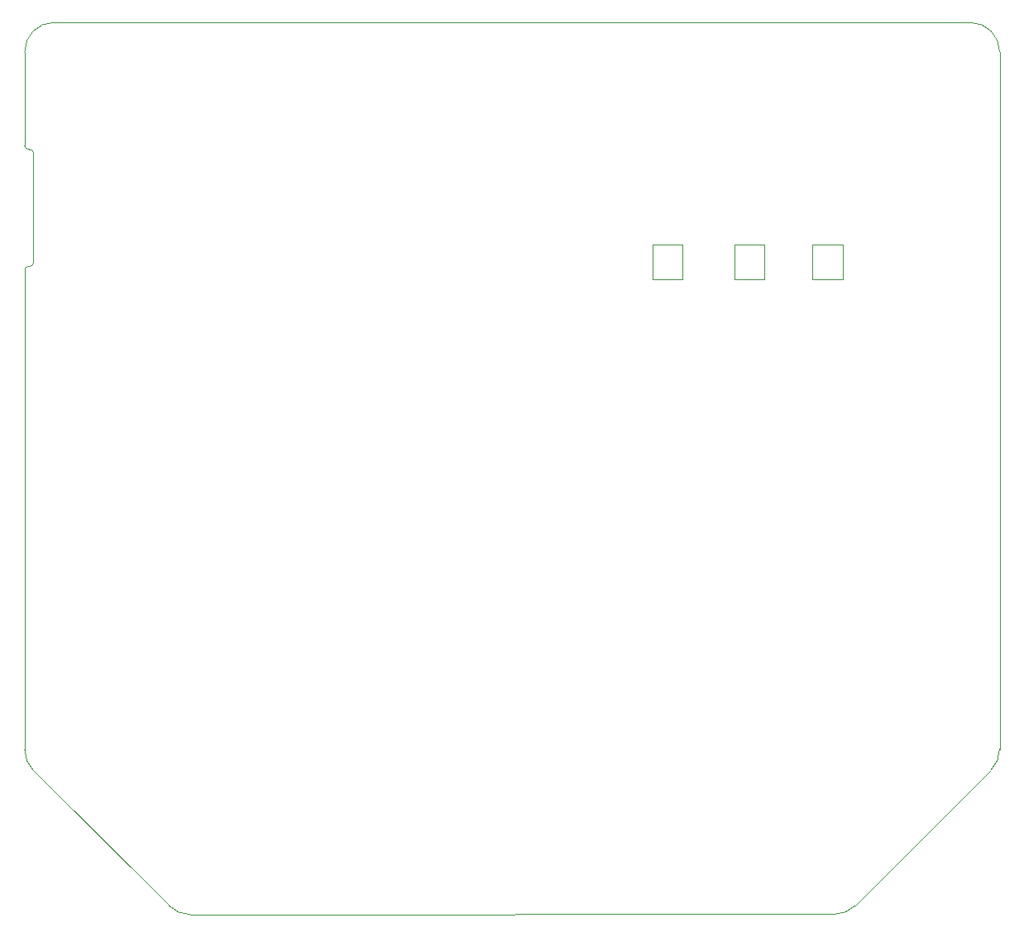
<source format=gbr>
%TF.GenerationSoftware,KiCad,Pcbnew,(5.1.10-1-10_14)*%
%TF.CreationDate,2021-10-23T10:24:52+09:00*%
%TF.ProjectId,PicoRubyMacroPad,5069636f-5275-4627-994d-6163726f5061,rev?*%
%TF.SameCoordinates,Original*%
%TF.FileFunction,Profile,NP*%
%FSLAX46Y46*%
G04 Gerber Fmt 4.6, Leading zero omitted, Abs format (unit mm)*
G04 Created by KiCad (PCBNEW (5.1.10-1-10_14)) date 2021-10-23 10:24:52*
%MOMM*%
%LPD*%
G01*
G04 APERTURE LIST*
%TA.AperFunction,Profile*%
%ADD10C,0.050000*%
%TD*%
%TA.AperFunction,Profile*%
%ADD11C,0.120000*%
%TD*%
G04 APERTURE END LIST*
D10*
X74878680Y-120021320D02*
X88800000Y-133921320D01*
X74878680Y-120021320D02*
G75*
G02*
X74000000Y-117900000I2121320J2121320D01*
G01*
X90921320Y-134800000D02*
G75*
G02*
X88800000Y-133921320I0J3000000D01*
G01*
X159021320Y-133900000D02*
G75*
G02*
X156900000Y-134778680I-2121320J2121320D01*
G01*
X173800000Y-117878680D02*
G75*
G02*
X172921320Y-120000000I-3000000J0D01*
G01*
X159021320Y-133900000D02*
X172921320Y-120000000D01*
X74000000Y-68800000D02*
G75*
G02*
X74400000Y-68400000I400000J0D01*
G01*
X74900000Y-68000000D02*
G75*
G02*
X74500000Y-68400000I-400000J0D01*
G01*
X74400000Y-56400000D02*
X74500000Y-56400000D01*
X74500000Y-56400000D02*
G75*
G02*
X74900000Y-56800000I0J-400000D01*
G01*
X74400000Y-56400000D02*
G75*
G02*
X74000000Y-56000000I0J400000D01*
G01*
X74000000Y-56000000D02*
X74000000Y-46400000D01*
X74500000Y-68400000D02*
X74400000Y-68400000D01*
X74900000Y-56800000D02*
X74900000Y-68000000D01*
X170800000Y-43400000D02*
G75*
G02*
X173800000Y-46400000I0J-3000000D01*
G01*
X74000000Y-46400000D02*
G75*
G02*
X77000000Y-43400000I3000000J0D01*
G01*
X74000000Y-68800000D02*
X74000000Y-117900000D01*
X170800000Y-43400000D02*
X77000000Y-43400000D01*
X173800000Y-117878680D02*
X173800000Y-46400000D01*
X90921320Y-134800000D02*
X156900000Y-134778680D01*
D11*
%TO.C,LED3*%
X154650000Y-66150000D02*
X157750000Y-66150000D01*
X157750000Y-66150000D02*
X157750000Y-69750000D01*
X157750000Y-69750000D02*
X154650000Y-69750000D01*
X154650000Y-69750000D02*
X154650000Y-66150000D01*
%TO.C,LED2*%
X146650000Y-66150000D02*
X149750000Y-66150000D01*
X149750000Y-66150000D02*
X149750000Y-69750000D01*
X149750000Y-69750000D02*
X146650000Y-69750000D01*
X146650000Y-69750000D02*
X146650000Y-66150000D01*
%TO.C,LED1*%
X138250000Y-66150000D02*
X141350000Y-66150000D01*
X141350000Y-66150000D02*
X141350000Y-69750000D01*
X141350000Y-69750000D02*
X138250000Y-69750000D01*
X138250000Y-69750000D02*
X138250000Y-66150000D01*
%TD*%
M02*

</source>
